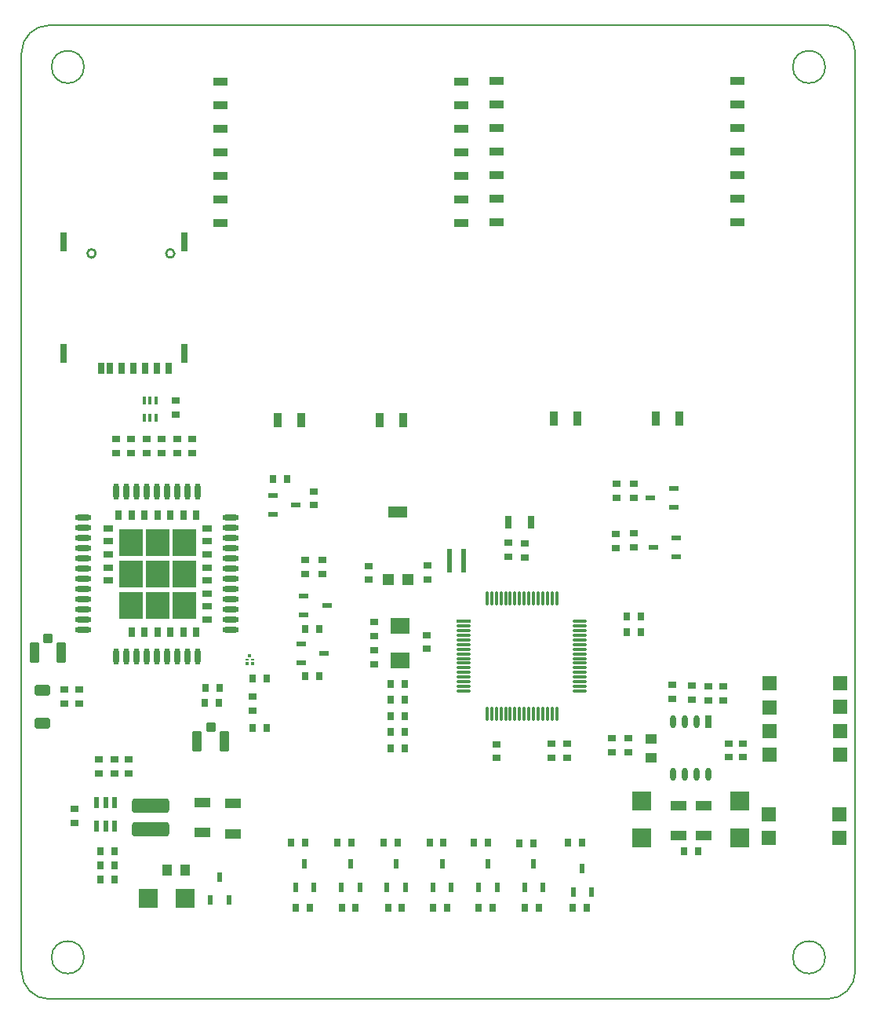
<source format=gtp>
%FSLAX25Y25*%
%MOIN*%
G70*
G01*
G75*
G04 Layer_Color=8421504*
%ADD10C,0.01000*%
%ADD11C,0.02000*%
%ADD12C,0.02000*%
%ADD13R,0.02756X0.03347*%
%ADD14R,0.03347X0.02756*%
%ADD15R,0.03937X0.02362*%
G04:AMPARAMS|DCode=16|XSize=39.37mil|YSize=41.34mil|CornerRadius=5.91mil|HoleSize=0mil|Usage=FLASHONLY|Rotation=180.000|XOffset=0mil|YOffset=0mil|HoleType=Round|Shape=RoundedRectangle|*
%AMROUNDEDRECTD16*
21,1,0.03937,0.02953,0,0,180.0*
21,1,0.02756,0.04134,0,0,180.0*
1,1,0.01181,-0.01378,0.01476*
1,1,0.01181,0.01378,0.01476*
1,1,0.01181,0.01378,-0.01476*
1,1,0.01181,-0.01378,-0.01476*
%
%ADD16ROUNDEDRECTD16*%
G04:AMPARAMS|DCode=17|XSize=41.34mil|YSize=86.61mil|CornerRadius=6.2mil|HoleSize=0mil|Usage=FLASHONLY|Rotation=180.000|XOffset=0mil|YOffset=0mil|HoleType=Round|Shape=RoundedRectangle|*
%AMROUNDEDRECTD17*
21,1,0.04134,0.07421,0,0,180.0*
21,1,0.02894,0.08661,0,0,180.0*
1,1,0.01240,-0.01447,0.03711*
1,1,0.01240,0.01447,0.03711*
1,1,0.01240,0.01447,-0.03711*
1,1,0.01240,-0.01447,-0.03711*
%
%ADD17ROUNDEDRECTD17*%
%ADD18R,0.07874X0.07874*%
%ADD19R,0.07087X0.03937*%
%ADD20R,0.02000X0.05000*%
%ADD21R,0.02362X0.03937*%
%ADD22R,0.05906X0.05906*%
%ADD23R,0.07874X0.07874*%
%ADD24R,0.02559X0.05315*%
%ADD25R,0.03937X0.05118*%
%ADD26R,0.05118X0.03937*%
G04:AMPARAMS|DCode=27|XSize=157.48mil|YSize=59.06mil|CornerRadius=8.86mil|HoleSize=0mil|Usage=FLASHONLY|Rotation=180.000|XOffset=0mil|YOffset=0mil|HoleType=Round|Shape=RoundedRectangle|*
%AMROUNDEDRECTD27*
21,1,0.15748,0.04134,0,0,180.0*
21,1,0.13976,0.05906,0,0,180.0*
1,1,0.01772,-0.06988,0.02067*
1,1,0.01772,0.06988,0.02067*
1,1,0.01772,0.06988,-0.02067*
1,1,0.01772,-0.06988,-0.02067*
%
%ADD27ROUNDEDRECTD27*%
%ADD28R,0.06299X0.03543*%
%ADD29R,0.03543X0.06299*%
%ADD30R,0.01969X0.09843*%
%ADD31R,0.03937X0.03150*%
%ADD32R,0.03150X0.03937*%
%ADD33R,0.09843X0.11811*%
%ADD34O,0.07087X0.02362*%
%ADD35O,0.02362X0.07087*%
%ADD36R,0.01575X0.03347*%
%ADD37R,0.01378X0.01181*%
%ADD38R,0.01378X0.00984*%
%ADD39R,0.01181X0.01181*%
%ADD40O,0.02500X0.05500*%
%ADD41R,0.02500X0.05500*%
%ADD42R,0.05000X0.05000*%
%ADD43R,0.07874X0.05000*%
G04:AMPARAMS|DCode=44|XSize=45mil|YSize=65mil|CornerRadius=5.63mil|HoleSize=0mil|Usage=FLASHONLY|Rotation=270.000|XOffset=0mil|YOffset=0mil|HoleType=Round|Shape=RoundedRectangle|*
%AMROUNDEDRECTD44*
21,1,0.04500,0.05375,0,0,270.0*
21,1,0.03375,0.06500,0,0,270.0*
1,1,0.01125,-0.02688,-0.01688*
1,1,0.01125,-0.02688,0.01688*
1,1,0.01125,0.02688,0.01688*
1,1,0.01125,0.02688,-0.01688*
%
%ADD44ROUNDEDRECTD44*%
%ADD45R,0.07874X0.06693*%
%ADD46O,0.06299X0.01181*%
%ADD47O,0.01181X0.06299*%
%ADD48R,0.06299X0.01181*%
%ADD49R,0.02559X0.04843*%
%ADD50R,0.02756X0.08268*%
%ADD51C,0.00800*%
%ADD52C,0.04000*%
%ADD53C,0.01200*%
%ADD54R,0.09200X0.08300*%
%ADD55R,0.49000X0.11200*%
%ADD56R,0.07000X0.08100*%
%ADD57R,0.06200X0.16300*%
%ADD58R,0.25800X0.06600*%
%ADD59R,0.08400X0.20000*%
%ADD60C,0.00500*%
%ADD61C,0.05906*%
%ADD62R,0.05906X0.05906*%
%ADD63R,0.07874X0.11811*%
%ADD64O,0.07874X0.11811*%
%ADD65C,0.03937*%
%ADD66O,0.11811X0.07874*%
%ADD67R,0.11811X0.07874*%
%ADD68C,0.03000*%
%ADD69C,0.04000*%
G04:AMPARAMS|DCode=70|XSize=23.62mil|YSize=25.59mil|CornerRadius=3.54mil|HoleSize=0mil|Usage=FLASHONLY|Rotation=90.000|XOffset=0mil|YOffset=0mil|HoleType=Round|Shape=RoundedRectangle|*
%AMROUNDEDRECTD70*
21,1,0.02362,0.01850,0,0,90.0*
21,1,0.01654,0.02559,0,0,90.0*
1,1,0.00709,0.00925,0.00827*
1,1,0.00709,0.00925,-0.00827*
1,1,0.00709,-0.00925,-0.00827*
1,1,0.00709,-0.00925,0.00827*
%
%ADD70ROUNDEDRECTD70*%
G04:AMPARAMS|DCode=71|XSize=23.62mil|YSize=25.59mil|CornerRadius=3.54mil|HoleSize=0mil|Usage=FLASHONLY|Rotation=180.000|XOffset=0mil|YOffset=0mil|HoleType=Round|Shape=RoundedRectangle|*
%AMROUNDEDRECTD71*
21,1,0.02362,0.01850,0,0,180.0*
21,1,0.01654,0.02559,0,0,180.0*
1,1,0.00709,-0.00827,0.00925*
1,1,0.00709,0.00827,0.00925*
1,1,0.00709,0.00827,-0.00925*
1,1,0.00709,-0.00827,-0.00925*
%
%ADD71ROUNDEDRECTD71*%
%ADD72R,0.05000X0.02000*%
%ADD73R,0.03937X0.07087*%
%ADD74C,0.03000*%
%ADD75C,0.05000*%
%ADD76R,0.27900X0.11200*%
%ADD77R,0.23200X0.07700*%
%ADD78R,0.07100X0.27500*%
%ADD79C,0.02362*%
%ADD80C,0.00984*%
%ADD81C,0.00787*%
%ADD82C,0.00300*%
%ADD83C,0.01969*%
%ADD84C,0.00394*%
%ADD85C,0.00400*%
%ADD86C,0.00493*%
%ADD87C,0.00700*%
%ADD88R,0.02228X0.02472*%
%ADD89R,0.04800X0.00800*%
%ADD90R,0.03600X0.00700*%
%ADD91R,0.02400X0.00600*%
%ADD92R,0.01500X0.00500*%
D10*
X19716Y316481D02*
G03*
X19716Y316481I-1772J0D01*
G01*
X53181D02*
G03*
X53181Y316481I-1772J0D01*
G01*
D13*
X100906Y220600D02*
D03*
X95000D02*
D03*
X269700Y62700D02*
D03*
X275606D02*
D03*
X21794Y50900D02*
D03*
X27700D02*
D03*
X21894Y56900D02*
D03*
X27800D02*
D03*
X21794Y62900D02*
D03*
X27700D02*
D03*
X86432Y135939D02*
D03*
X92337D02*
D03*
X66198Y125719D02*
D03*
X72103D02*
D03*
X108798Y157019D02*
D03*
X114703D02*
D03*
X114598Y136919D02*
D03*
X108692D02*
D03*
X145194Y106500D02*
D03*
X151100D02*
D03*
X151100Y113325D02*
D03*
X145194D02*
D03*
X145194Y133800D02*
D03*
X151100D02*
D03*
X251400Y162300D02*
D03*
X245495D02*
D03*
X145194Y120150D02*
D03*
X151100D02*
D03*
X145194Y126975D02*
D03*
X151100D02*
D03*
X251400Y155800D02*
D03*
X245495D02*
D03*
X143961Y38900D02*
D03*
X149867D02*
D03*
X124311D02*
D03*
X130217D02*
D03*
X104661D02*
D03*
X110567D02*
D03*
X202211D02*
D03*
X208117D02*
D03*
X182561D02*
D03*
X188467D02*
D03*
X163111D02*
D03*
X169017D02*
D03*
X205800Y66200D02*
D03*
X199894D02*
D03*
X186400Y66300D02*
D03*
X180494D02*
D03*
X167550D02*
D03*
X161644D02*
D03*
X222561Y38900D02*
D03*
X228467D02*
D03*
X226400Y66300D02*
D03*
X220495D02*
D03*
X86432Y115139D02*
D03*
X92337D02*
D03*
X72298Y132119D02*
D03*
X66392D02*
D03*
X108700Y66300D02*
D03*
X102795D02*
D03*
X128317D02*
D03*
X122411D02*
D03*
X147933D02*
D03*
X142028D02*
D03*
D14*
X112500Y215506D02*
D03*
Y209600D02*
D03*
X53600Y248000D02*
D03*
Y253906D02*
D03*
X54398Y237719D02*
D03*
Y231813D02*
D03*
X28398Y237719D02*
D03*
Y231813D02*
D03*
X47898Y237719D02*
D03*
Y231813D02*
D03*
X6398Y125419D02*
D03*
Y131324D02*
D03*
X12698Y125419D02*
D03*
Y131324D02*
D03*
X286400Y126900D02*
D03*
Y132806D02*
D03*
X280000Y126900D02*
D03*
Y132806D02*
D03*
X288700Y108500D02*
D03*
Y102594D02*
D03*
X273200Y127000D02*
D03*
Y132905D02*
D03*
X264700Y127500D02*
D03*
Y133405D02*
D03*
X294700Y108500D02*
D03*
Y102594D02*
D03*
X246100Y104700D02*
D03*
Y110606D02*
D03*
X238900Y104700D02*
D03*
Y110606D02*
D03*
X33600Y101600D02*
D03*
Y95695D02*
D03*
X27600Y101600D02*
D03*
Y95695D02*
D03*
X21100Y95700D02*
D03*
Y101605D02*
D03*
X10600Y74700D02*
D03*
Y80606D02*
D03*
X86432Y128439D02*
D03*
Y122533D02*
D03*
X41398Y231813D02*
D03*
Y237719D02*
D03*
X34898Y231813D02*
D03*
Y237719D02*
D03*
X60898Y231813D02*
D03*
Y237719D02*
D03*
X108798Y180519D02*
D03*
Y186424D02*
D03*
X115998Y180519D02*
D03*
Y186424D02*
D03*
X195200Y193700D02*
D03*
Y187794D02*
D03*
X138000Y154100D02*
D03*
Y160005D02*
D03*
X160400Y154500D02*
D03*
Y148594D02*
D03*
X220200Y102500D02*
D03*
Y108405D02*
D03*
X189900Y102300D02*
D03*
Y108205D02*
D03*
X202200Y187500D02*
D03*
Y193405D02*
D03*
X213500Y102500D02*
D03*
Y108405D02*
D03*
X160700Y184000D02*
D03*
Y178094D02*
D03*
X135600Y183900D02*
D03*
Y177995D02*
D03*
X241069Y212700D02*
D03*
Y218605D02*
D03*
X248468Y212700D02*
D03*
Y218605D02*
D03*
X240769Y191500D02*
D03*
Y197406D02*
D03*
X248369Y191700D02*
D03*
Y197606D02*
D03*
X137900Y148000D02*
D03*
Y142095D02*
D03*
D15*
X94900Y205726D02*
D03*
X104743Y209663D02*
D03*
X94900Y213600D02*
D03*
X106998Y150619D02*
D03*
X116840Y146682D02*
D03*
X106998Y142745D02*
D03*
X108198Y171019D02*
D03*
X118040Y167082D02*
D03*
X108198Y163145D02*
D03*
X265268Y208700D02*
D03*
X255426Y212637D02*
D03*
X265268Y216574D02*
D03*
X266469Y187695D02*
D03*
X256626Y191631D02*
D03*
X266469Y195569D02*
D03*
D16*
X68698Y115323D02*
D03*
X-602Y153123D02*
D03*
D17*
X62890Y109319D02*
D03*
X74505D02*
D03*
X-6409Y147119D02*
D03*
X5205D02*
D03*
D18*
X293500Y68352D02*
D03*
Y84100D02*
D03*
X251700Y68352D02*
D03*
Y84100D02*
D03*
D19*
X267500Y82195D02*
D03*
Y69400D02*
D03*
X64986Y83447D02*
D03*
Y70651D02*
D03*
X78100Y83000D02*
D03*
Y70205D02*
D03*
X277900Y82195D02*
D03*
Y69400D02*
D03*
D20*
X23940Y83300D02*
D03*
X20200Y73300D02*
D03*
X27680D02*
D03*
X23940D02*
D03*
X20200Y83300D02*
D03*
X27680D02*
D03*
D21*
X143520Y47500D02*
D03*
X147457Y57342D02*
D03*
X151394Y47500D02*
D03*
X104600D02*
D03*
X108537Y57342D02*
D03*
X112474Y47500D02*
D03*
X201900D02*
D03*
X205837Y57342D02*
D03*
X209774Y47500D02*
D03*
X182440D02*
D03*
X186377Y57342D02*
D03*
X190314Y47500D02*
D03*
X162980D02*
D03*
X166917Y57342D02*
D03*
X170854Y47500D02*
D03*
X222600Y45500D02*
D03*
X226537Y55343D02*
D03*
X230474Y45500D02*
D03*
X124060Y47500D02*
D03*
X127997Y57342D02*
D03*
X131934Y47500D02*
D03*
X68500Y42000D02*
D03*
X72437Y51842D02*
D03*
X76374Y42000D02*
D03*
D22*
X305800Y78300D02*
D03*
Y68300D02*
D03*
X335800D02*
D03*
Y78300D02*
D03*
X305900Y123900D02*
D03*
Y134000D02*
D03*
X335900D02*
D03*
Y124000D02*
D03*
Y103900D02*
D03*
Y113900D02*
D03*
X305900D02*
D03*
Y103900D02*
D03*
D23*
X57748Y42800D02*
D03*
X42000D02*
D03*
D24*
X195151Y202500D02*
D03*
X204600D02*
D03*
D25*
X57800Y54900D02*
D03*
X49926D02*
D03*
D26*
X255600Y110374D02*
D03*
Y102500D02*
D03*
D27*
X43200Y71982D02*
D03*
Y82218D02*
D03*
D28*
X190125Y329790D02*
D03*
Y339790D02*
D03*
Y349790D02*
D03*
Y359790D02*
D03*
Y369790D02*
D03*
Y379790D02*
D03*
Y389790D02*
D03*
X292400D02*
D03*
Y379790D02*
D03*
Y369790D02*
D03*
Y359790D02*
D03*
Y349790D02*
D03*
Y339790D02*
D03*
Y329790D02*
D03*
X72825Y329290D02*
D03*
Y339290D02*
D03*
Y349290D02*
D03*
Y359290D02*
D03*
Y369290D02*
D03*
Y379290D02*
D03*
Y389290D02*
D03*
X175100D02*
D03*
Y379290D02*
D03*
Y369290D02*
D03*
Y359290D02*
D03*
Y349290D02*
D03*
Y339290D02*
D03*
Y329290D02*
D03*
D29*
X267566Y246325D02*
D03*
X257566D02*
D03*
X224259D02*
D03*
X214259D02*
D03*
X150266Y245825D02*
D03*
X140266D02*
D03*
X106959D02*
D03*
X96959D02*
D03*
D30*
X170150Y186200D02*
D03*
X176050D02*
D03*
D31*
X24929Y188742D02*
D03*
Y199765D02*
D03*
X67062D02*
D03*
Y194254D02*
D03*
Y177718D02*
D03*
Y166694D02*
D03*
Y161183D02*
D03*
Y172206D02*
D03*
Y183230D02*
D03*
Y188742D02*
D03*
X24929Y177718D02*
D03*
Y183230D02*
D03*
Y194254D02*
D03*
D32*
X62531Y205277D02*
D03*
X40483Y155635D02*
D03*
X45995D02*
D03*
X62531D02*
D03*
X57019D02*
D03*
X51507D02*
D03*
X34972D02*
D03*
X57019Y205277D02*
D03*
X51507D02*
D03*
X45995D02*
D03*
X40483D02*
D03*
X34972D02*
D03*
X29460D02*
D03*
D33*
X34578Y180438D02*
D03*
X57413Y167052D02*
D03*
X34578D02*
D03*
X45995D02*
D03*
X57413Y180438D02*
D03*
X45995D02*
D03*
X57413Y193824D02*
D03*
X34578D02*
D03*
X45995D02*
D03*
D34*
X14499Y195595D02*
D03*
Y204257D02*
D03*
Y191265D02*
D03*
Y186934D02*
D03*
Y182603D02*
D03*
Y178272D02*
D03*
Y173942D02*
D03*
Y169611D02*
D03*
Y160950D02*
D03*
Y156619D02*
D03*
X77098Y199926D02*
D03*
Y195595D02*
D03*
Y191265D02*
D03*
Y186934D02*
D03*
Y182603D02*
D03*
Y178272D02*
D03*
Y173942D02*
D03*
Y169611D02*
D03*
Y165280D02*
D03*
Y160950D02*
D03*
Y156619D02*
D03*
Y204257D02*
D03*
X14499Y199926D02*
D03*
Y165280D02*
D03*
D35*
X58791Y215477D02*
D03*
X28476D02*
D03*
X32806D02*
D03*
X37137D02*
D03*
X41468D02*
D03*
X58791Y145398D02*
D03*
X54460D02*
D03*
X50129D02*
D03*
X45798D02*
D03*
X41468D02*
D03*
X37137D02*
D03*
X32806D02*
D03*
X28476D02*
D03*
X63121Y215477D02*
D03*
X54460D02*
D03*
X50129D02*
D03*
X45798D02*
D03*
X63121Y145398D02*
D03*
D36*
X45457Y246677D02*
D03*
X42898Y253961D02*
D03*
X45457D02*
D03*
X42898Y246677D02*
D03*
X40339D02*
D03*
Y253961D02*
D03*
D37*
X84100Y142330D02*
D03*
X86364D02*
D03*
D38*
X84100Y144200D02*
D03*
X86364D02*
D03*
D39*
X85232Y145873D02*
D03*
D40*
X269900Y95262D02*
D03*
X279900D02*
D03*
X264900D02*
D03*
X269900Y117900D02*
D03*
X264900D02*
D03*
X274900Y95262D02*
D03*
Y117900D02*
D03*
D41*
X279900D02*
D03*
D42*
X143900Y178100D02*
D03*
X152400D02*
D03*
D43*
X148187Y206600D02*
D03*
D44*
X-2802Y117119D02*
D03*
Y131119D02*
D03*
D45*
X149100Y158300D02*
D03*
Y143733D02*
D03*
D46*
X176200Y130772D02*
D03*
Y134709D02*
D03*
Y132741D02*
D03*
Y136678D02*
D03*
X225413Y160300D02*
D03*
Y158332D02*
D03*
Y156363D02*
D03*
Y154394D02*
D03*
Y152426D02*
D03*
Y150458D02*
D03*
Y148489D02*
D03*
Y146520D02*
D03*
Y144552D02*
D03*
Y142584D02*
D03*
Y140615D02*
D03*
Y138646D02*
D03*
Y136678D02*
D03*
Y134709D02*
D03*
Y132741D02*
D03*
Y130772D02*
D03*
X176200Y138646D02*
D03*
Y140615D02*
D03*
Y142584D02*
D03*
Y144552D02*
D03*
Y146520D02*
D03*
Y148489D02*
D03*
Y150458D02*
D03*
Y154394D02*
D03*
Y156363D02*
D03*
Y158332D02*
D03*
Y152426D02*
D03*
D47*
X186042Y170142D02*
D03*
X188011D02*
D03*
X189980D02*
D03*
X191948D02*
D03*
X193916D02*
D03*
X195885D02*
D03*
X197854D02*
D03*
X199822D02*
D03*
X201791D02*
D03*
X203759D02*
D03*
X205728D02*
D03*
X207696D02*
D03*
X209665D02*
D03*
X211633D02*
D03*
X213602D02*
D03*
X215570D02*
D03*
Y120930D02*
D03*
X213602D02*
D03*
X211633D02*
D03*
X209665D02*
D03*
X207696D02*
D03*
X205728D02*
D03*
X203759D02*
D03*
X201791D02*
D03*
X199822D02*
D03*
X197854D02*
D03*
X195885D02*
D03*
X193916D02*
D03*
X191948D02*
D03*
X189980D02*
D03*
X188011D02*
D03*
X186042D02*
D03*
D48*
X176200Y160300D02*
D03*
D49*
X22000Y267800D02*
D03*
X25740D02*
D03*
X50740D02*
D03*
X45740D02*
D03*
X40740D02*
D03*
X35740D02*
D03*
X30740D02*
D03*
D50*
X57315Y274158D02*
D03*
Y321402D02*
D03*
X6173Y274158D02*
D03*
Y321402D02*
D03*
D60*
X330709Y0D02*
G03*
X342520Y11811I0J11811D01*
G01*
X-11811D02*
G03*
X0Y0I11811J0D01*
G01*
X342520Y401575D02*
G03*
X330709Y413386I-11811J0D01*
G01*
X0D02*
G03*
X-11811Y401575I0J-11811D01*
G01*
X14764Y395670D02*
G03*
X14764Y395670I-6890J0D01*
G01*
X329725D02*
G03*
X329725Y395670I-6890J0D01*
G01*
Y17717D02*
G03*
X329725Y17717I-6890J0D01*
G01*
X14764D02*
G03*
X14764Y17717I-6890J0D01*
G01*
X-11811Y347999D02*
Y366326D01*
Y11811D02*
Y39370D01*
X0Y413386D02*
X330709D01*
X342520Y11811D02*
Y401575D01*
X0Y0D02*
X330709D01*
X-11811Y11811D02*
Y401575D01*
M02*

</source>
